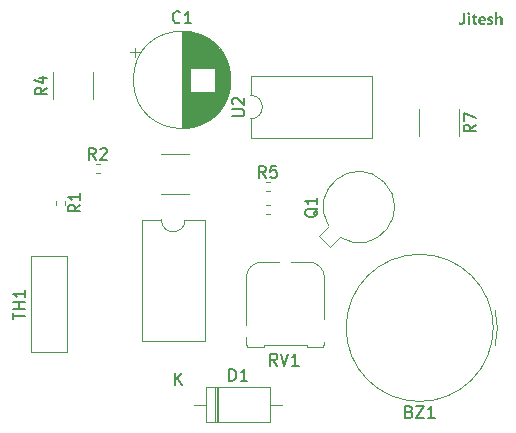
<source format=gbr>
%TF.GenerationSoftware,KiCad,Pcbnew,9.0.6*%
%TF.CreationDate,2025-12-28T16:01:46+05:30*%
%TF.ProjectId,Temp,54656d70-2e6b-4696-9361-645f70636258,rev?*%
%TF.SameCoordinates,Original*%
%TF.FileFunction,Legend,Top*%
%TF.FilePolarity,Positive*%
%FSLAX46Y46*%
G04 Gerber Fmt 4.6, Leading zero omitted, Abs format (unit mm)*
G04 Created by KiCad (PCBNEW 9.0.6) date 2025-12-28 16:01:46*
%MOMM*%
%LPD*%
G01*
G04 APERTURE LIST*
%ADD10C,0.200000*%
%ADD11C,0.150000*%
%ADD12C,0.120000*%
G04 APERTURE END LIST*
D10*
G36*
X144230542Y-53439944D02*
G01*
X144223931Y-53539157D01*
X144205596Y-53620443D01*
X144177158Y-53686931D01*
X144139317Y-53741156D01*
X144100919Y-53777722D01*
X144056391Y-53806440D01*
X144004831Y-53827596D01*
X143944980Y-53840926D01*
X143875291Y-53845631D01*
X143800261Y-53838804D01*
X143732531Y-53818886D01*
X143732531Y-53611158D01*
X143772098Y-53635150D01*
X143814134Y-53649350D01*
X143859598Y-53654145D01*
X143904262Y-53648357D01*
X143939576Y-53632055D01*
X143967836Y-53605166D01*
X143989871Y-53565470D01*
X144004884Y-53508974D01*
X144010601Y-53430357D01*
X144010601Y-52849120D01*
X144230542Y-52849120D01*
X144230542Y-53439944D01*
G37*
G36*
X144533464Y-53017159D02*
G01*
X144498316Y-53013333D01*
X144468894Y-53002433D01*
X144443949Y-52984614D01*
X144424498Y-52961089D01*
X144413051Y-52934796D01*
X144409145Y-52904747D01*
X144413126Y-52873868D01*
X144424632Y-52847755D01*
X144443949Y-52825245D01*
X144468770Y-52808425D01*
X144498196Y-52798061D01*
X144533464Y-52794410D01*
X144569177Y-52798084D01*
X144598677Y-52808468D01*
X144623285Y-52825245D01*
X144642419Y-52847732D01*
X144653832Y-52873846D01*
X144657784Y-52904747D01*
X144653829Y-52936119D01*
X144642408Y-52962703D01*
X144623285Y-52985652D01*
X144598628Y-53002821D01*
X144569129Y-53013416D01*
X144533464Y-53017159D01*
G37*
G36*
X144640015Y-53830000D02*
G01*
X144424166Y-53830000D01*
X144424166Y-53130488D01*
X144640015Y-53130488D01*
X144640015Y-53830000D01*
G37*
G36*
X145244638Y-53822184D02*
G01*
X145211710Y-53834110D01*
X145165002Y-53842438D01*
X145100535Y-53845631D01*
X145036407Y-53840173D01*
X144985998Y-53825194D01*
X144946427Y-53801947D01*
X144915655Y-53770463D01*
X144892707Y-53729554D01*
X144877806Y-53676970D01*
X144872351Y-53609631D01*
X144872351Y-53290711D01*
X144758961Y-53290711D01*
X144758961Y-53130488D01*
X144872351Y-53130488D01*
X144872351Y-52980523D01*
X145087529Y-52919462D01*
X145087529Y-53130488D01*
X145244638Y-53130488D01*
X145244638Y-53290711D01*
X145087529Y-53290711D01*
X145087529Y-53572568D01*
X145091844Y-53615733D01*
X145103109Y-53645327D01*
X145120013Y-53665089D01*
X145143030Y-53677133D01*
X145174296Y-53681500D01*
X145208122Y-53676842D01*
X145244638Y-53661960D01*
X145244638Y-53822184D01*
G37*
G36*
X145749771Y-53121172D02*
G01*
X145812990Y-53138950D01*
X145866063Y-53167216D01*
X145910689Y-53206081D01*
X145946165Y-53253787D01*
X145972186Y-53309795D01*
X145988590Y-53375703D01*
X145994403Y-53453560D01*
X145994403Y-53544724D01*
X145538096Y-53544724D01*
X145546599Y-53590519D01*
X145563539Y-53626120D01*
X145588603Y-53653747D01*
X145622937Y-53674495D01*
X145668958Y-53688151D01*
X145730071Y-53693224D01*
X145805461Y-53686879D01*
X145872592Y-53668520D01*
X145932976Y-53638513D01*
X145932976Y-53793852D01*
X145866258Y-53821284D01*
X145783405Y-53839143D01*
X145680917Y-53845631D01*
X145596578Y-53839085D01*
X145526195Y-53820706D01*
X145467262Y-53791660D01*
X145417868Y-53752086D01*
X145378212Y-53702705D01*
X145349172Y-53644073D01*
X145330840Y-53574350D01*
X145324323Y-53491113D01*
X145330713Y-53411856D01*
X145536753Y-53411856D01*
X145794307Y-53411856D01*
X145788334Y-53353331D01*
X145772690Y-53313040D01*
X145749095Y-53285981D01*
X145716777Y-53269393D01*
X145672674Y-53263356D01*
X145639929Y-53267995D01*
X145610340Y-53281839D01*
X145582854Y-53305915D01*
X145561179Y-53336045D01*
X145545787Y-53371035D01*
X145536753Y-53411856D01*
X145330713Y-53411856D01*
X145331247Y-53405233D01*
X145350867Y-53332238D01*
X145382213Y-53269828D01*
X145425378Y-53216278D01*
X145479062Y-53171757D01*
X145537630Y-53140409D01*
X145602139Y-53121393D01*
X145674078Y-53114856D01*
X145749771Y-53121172D01*
G37*
G36*
X146077323Y-53810033D02*
G01*
X146077323Y-53634605D01*
X146131309Y-53662530D01*
X146183569Y-53681683D01*
X146236046Y-53693420D01*
X146283647Y-53697131D01*
X146337684Y-53692891D01*
X146374139Y-53682049D01*
X146393206Y-53669604D01*
X146403746Y-53654570D01*
X146407295Y-53636071D01*
X146403534Y-53617358D01*
X146392274Y-53602060D01*
X146375702Y-53589661D01*
X146353684Y-53578246D01*
X146302088Y-53559867D01*
X146248110Y-53541488D01*
X146174654Y-53507843D01*
X146145027Y-53488000D01*
X146121348Y-53465956D01*
X146102475Y-53440398D01*
X146088558Y-53410879D01*
X146080319Y-53377879D01*
X146077323Y-53336690D01*
X146083996Y-53281195D01*
X146102908Y-53236001D01*
X146132724Y-53197729D01*
X146171235Y-53166941D01*
X146216372Y-53143868D01*
X146268932Y-53127435D01*
X146324692Y-53118040D01*
X146383360Y-53114856D01*
X146477637Y-53122062D01*
X146571915Y-53142944D01*
X146571915Y-53310251D01*
X146529596Y-53289782D01*
X146484110Y-53275080D01*
X146437387Y-53266239D01*
X146392274Y-53263356D01*
X146352280Y-53266959D01*
X146319124Y-53277461D01*
X146296592Y-53295108D01*
X146290463Y-53306627D01*
X146288410Y-53319654D01*
X146291509Y-53337427D01*
X146300683Y-53352322D01*
X146332801Y-53375830D01*
X146376887Y-53393476D01*
X146425064Y-53409474D01*
X146502916Y-53442142D01*
X146535762Y-53461702D01*
X146562695Y-53483663D01*
X146584743Y-53509508D01*
X146600980Y-53539473D01*
X146610753Y-53573337D01*
X146614291Y-53615676D01*
X146607228Y-53674310D01*
X146587302Y-53721495D01*
X146555964Y-53761183D01*
X146515556Y-53792936D01*
X146468200Y-53816414D01*
X146412363Y-53833053D01*
X146353247Y-53842448D01*
X146291158Y-53845631D01*
X146214821Y-53841538D01*
X146143761Y-53829571D01*
X146077323Y-53810033D01*
G37*
G36*
X147410095Y-53830000D02*
G01*
X147194918Y-53830000D01*
X147194918Y-53432616D01*
X147189127Y-53370705D01*
X147174144Y-53328799D01*
X147152017Y-53301315D01*
X147122448Y-53284876D01*
X147082871Y-53278988D01*
X147046668Y-53283886D01*
X147016187Y-53298069D01*
X146989998Y-53322035D01*
X146970649Y-53352440D01*
X146958680Y-53388377D01*
X146954460Y-53431273D01*
X146954460Y-53830000D01*
X146738611Y-53830000D01*
X146738611Y-52794410D01*
X146954460Y-52794410D01*
X146954460Y-53234535D01*
X146957208Y-53234535D01*
X146992305Y-53190246D01*
X147030778Y-53157151D01*
X147073018Y-53133865D01*
X147119835Y-53119727D01*
X147172386Y-53114856D01*
X147236863Y-53120987D01*
X147288331Y-53137997D01*
X147329581Y-53164886D01*
X147362424Y-53202154D01*
X147387459Y-53251727D01*
X147403985Y-53316721D01*
X147410095Y-53401170D01*
X147410095Y-53830000D01*
G37*
D11*
X105954819Y-78785713D02*
X105954819Y-78214285D01*
X106954819Y-78499999D02*
X105954819Y-78499999D01*
X106954819Y-77880951D02*
X105954819Y-77880951D01*
X106431009Y-77880951D02*
X106431009Y-77309523D01*
X106954819Y-77309523D02*
X105954819Y-77309523D01*
X106954819Y-76309523D02*
X106954819Y-76880951D01*
X106954819Y-76595237D02*
X105954819Y-76595237D01*
X105954819Y-76595237D02*
X106097676Y-76690475D01*
X106097676Y-76690475D02*
X106192914Y-76785713D01*
X106192914Y-76785713D02*
X106240533Y-76880951D01*
X111624819Y-69069166D02*
X111148628Y-69402499D01*
X111624819Y-69640594D02*
X110624819Y-69640594D01*
X110624819Y-69640594D02*
X110624819Y-69259642D01*
X110624819Y-69259642D02*
X110672438Y-69164404D01*
X110672438Y-69164404D02*
X110720057Y-69116785D01*
X110720057Y-69116785D02*
X110815295Y-69069166D01*
X110815295Y-69069166D02*
X110958152Y-69069166D01*
X110958152Y-69069166D02*
X111053390Y-69116785D01*
X111053390Y-69116785D02*
X111101009Y-69164404D01*
X111101009Y-69164404D02*
X111148628Y-69259642D01*
X111148628Y-69259642D02*
X111148628Y-69640594D01*
X111624819Y-68116785D02*
X111624819Y-68688213D01*
X111624819Y-68402499D02*
X110624819Y-68402499D01*
X110624819Y-68402499D02*
X110767676Y-68497737D01*
X110767676Y-68497737D02*
X110862914Y-68592975D01*
X110862914Y-68592975D02*
X110910533Y-68688213D01*
X108804819Y-59166666D02*
X108328628Y-59499999D01*
X108804819Y-59738094D02*
X107804819Y-59738094D01*
X107804819Y-59738094D02*
X107804819Y-59357142D01*
X107804819Y-59357142D02*
X107852438Y-59261904D01*
X107852438Y-59261904D02*
X107900057Y-59214285D01*
X107900057Y-59214285D02*
X107995295Y-59166666D01*
X107995295Y-59166666D02*
X108138152Y-59166666D01*
X108138152Y-59166666D02*
X108233390Y-59214285D01*
X108233390Y-59214285D02*
X108281009Y-59261904D01*
X108281009Y-59261904D02*
X108328628Y-59357142D01*
X108328628Y-59357142D02*
X108328628Y-59738094D01*
X108138152Y-58309523D02*
X108804819Y-58309523D01*
X107757200Y-58547618D02*
X108471485Y-58785713D01*
X108471485Y-58785713D02*
X108471485Y-58166666D01*
X124261905Y-83984819D02*
X124261905Y-82984819D01*
X124261905Y-82984819D02*
X124500000Y-82984819D01*
X124500000Y-82984819D02*
X124642857Y-83032438D01*
X124642857Y-83032438D02*
X124738095Y-83127676D01*
X124738095Y-83127676D02*
X124785714Y-83222914D01*
X124785714Y-83222914D02*
X124833333Y-83413390D01*
X124833333Y-83413390D02*
X124833333Y-83556247D01*
X124833333Y-83556247D02*
X124785714Y-83746723D01*
X124785714Y-83746723D02*
X124738095Y-83841961D01*
X124738095Y-83841961D02*
X124642857Y-83937200D01*
X124642857Y-83937200D02*
X124500000Y-83984819D01*
X124500000Y-83984819D02*
X124261905Y-83984819D01*
X125785714Y-83984819D02*
X125214286Y-83984819D01*
X125500000Y-83984819D02*
X125500000Y-82984819D01*
X125500000Y-82984819D02*
X125404762Y-83127676D01*
X125404762Y-83127676D02*
X125309524Y-83222914D01*
X125309524Y-83222914D02*
X125214286Y-83270533D01*
X119658095Y-84354819D02*
X119658095Y-83354819D01*
X120229523Y-84354819D02*
X119800952Y-83783390D01*
X120229523Y-83354819D02*
X119658095Y-83926247D01*
X145104819Y-62304166D02*
X144628628Y-62637499D01*
X145104819Y-62875594D02*
X144104819Y-62875594D01*
X144104819Y-62875594D02*
X144104819Y-62494642D01*
X144104819Y-62494642D02*
X144152438Y-62399404D01*
X144152438Y-62399404D02*
X144200057Y-62351785D01*
X144200057Y-62351785D02*
X144295295Y-62304166D01*
X144295295Y-62304166D02*
X144438152Y-62304166D01*
X144438152Y-62304166D02*
X144533390Y-62351785D01*
X144533390Y-62351785D02*
X144581009Y-62399404D01*
X144581009Y-62399404D02*
X144628628Y-62494642D01*
X144628628Y-62494642D02*
X144628628Y-62875594D01*
X144104819Y-61970832D02*
X144104819Y-61304166D01*
X144104819Y-61304166D02*
X145104819Y-61732737D01*
X120083333Y-53609580D02*
X120035714Y-53657200D01*
X120035714Y-53657200D02*
X119892857Y-53704819D01*
X119892857Y-53704819D02*
X119797619Y-53704819D01*
X119797619Y-53704819D02*
X119654762Y-53657200D01*
X119654762Y-53657200D02*
X119559524Y-53561961D01*
X119559524Y-53561961D02*
X119511905Y-53466723D01*
X119511905Y-53466723D02*
X119464286Y-53276247D01*
X119464286Y-53276247D02*
X119464286Y-53133390D01*
X119464286Y-53133390D02*
X119511905Y-52942914D01*
X119511905Y-52942914D02*
X119559524Y-52847676D01*
X119559524Y-52847676D02*
X119654762Y-52752438D01*
X119654762Y-52752438D02*
X119797619Y-52704819D01*
X119797619Y-52704819D02*
X119892857Y-52704819D01*
X119892857Y-52704819D02*
X120035714Y-52752438D01*
X120035714Y-52752438D02*
X120083333Y-52800057D01*
X121035714Y-53704819D02*
X120464286Y-53704819D01*
X120750000Y-53704819D02*
X120750000Y-52704819D01*
X120750000Y-52704819D02*
X120654762Y-52847676D01*
X120654762Y-52847676D02*
X120559524Y-52942914D01*
X120559524Y-52942914D02*
X120464286Y-52990533D01*
X139489832Y-86601009D02*
X139632689Y-86648628D01*
X139632689Y-86648628D02*
X139680308Y-86696247D01*
X139680308Y-86696247D02*
X139727927Y-86791485D01*
X139727927Y-86791485D02*
X139727927Y-86934342D01*
X139727927Y-86934342D02*
X139680308Y-87029580D01*
X139680308Y-87029580D02*
X139632689Y-87077200D01*
X139632689Y-87077200D02*
X139537451Y-87124819D01*
X139537451Y-87124819D02*
X139156499Y-87124819D01*
X139156499Y-87124819D02*
X139156499Y-86124819D01*
X139156499Y-86124819D02*
X139489832Y-86124819D01*
X139489832Y-86124819D02*
X139585070Y-86172438D01*
X139585070Y-86172438D02*
X139632689Y-86220057D01*
X139632689Y-86220057D02*
X139680308Y-86315295D01*
X139680308Y-86315295D02*
X139680308Y-86410533D01*
X139680308Y-86410533D02*
X139632689Y-86505771D01*
X139632689Y-86505771D02*
X139585070Y-86553390D01*
X139585070Y-86553390D02*
X139489832Y-86601009D01*
X139489832Y-86601009D02*
X139156499Y-86601009D01*
X140061261Y-86124819D02*
X140727927Y-86124819D01*
X140727927Y-86124819D02*
X140061261Y-87124819D01*
X140061261Y-87124819D02*
X140727927Y-87124819D01*
X141632689Y-87124819D02*
X141061261Y-87124819D01*
X141346975Y-87124819D02*
X141346975Y-86124819D01*
X141346975Y-86124819D02*
X141251737Y-86267676D01*
X141251737Y-86267676D02*
X141156499Y-86362914D01*
X141156499Y-86362914D02*
X141061261Y-86410533D01*
X128304761Y-82694819D02*
X127971428Y-82218628D01*
X127733333Y-82694819D02*
X127733333Y-81694819D01*
X127733333Y-81694819D02*
X128114285Y-81694819D01*
X128114285Y-81694819D02*
X128209523Y-81742438D01*
X128209523Y-81742438D02*
X128257142Y-81790057D01*
X128257142Y-81790057D02*
X128304761Y-81885295D01*
X128304761Y-81885295D02*
X128304761Y-82028152D01*
X128304761Y-82028152D02*
X128257142Y-82123390D01*
X128257142Y-82123390D02*
X128209523Y-82171009D01*
X128209523Y-82171009D02*
X128114285Y-82218628D01*
X128114285Y-82218628D02*
X127733333Y-82218628D01*
X128590476Y-81694819D02*
X128923809Y-82694819D01*
X128923809Y-82694819D02*
X129257142Y-81694819D01*
X130114285Y-82694819D02*
X129542857Y-82694819D01*
X129828571Y-82694819D02*
X129828571Y-81694819D01*
X129828571Y-81694819D02*
X129733333Y-81837676D01*
X129733333Y-81837676D02*
X129638095Y-81932914D01*
X129638095Y-81932914D02*
X129542857Y-81980533D01*
X124504819Y-61571904D02*
X125314342Y-61571904D01*
X125314342Y-61571904D02*
X125409580Y-61524285D01*
X125409580Y-61524285D02*
X125457200Y-61476666D01*
X125457200Y-61476666D02*
X125504819Y-61381428D01*
X125504819Y-61381428D02*
X125504819Y-61190952D01*
X125504819Y-61190952D02*
X125457200Y-61095714D01*
X125457200Y-61095714D02*
X125409580Y-61048095D01*
X125409580Y-61048095D02*
X125314342Y-61000476D01*
X125314342Y-61000476D02*
X124504819Y-61000476D01*
X124600057Y-60571904D02*
X124552438Y-60524285D01*
X124552438Y-60524285D02*
X124504819Y-60429047D01*
X124504819Y-60429047D02*
X124504819Y-60190952D01*
X124504819Y-60190952D02*
X124552438Y-60095714D01*
X124552438Y-60095714D02*
X124600057Y-60048095D01*
X124600057Y-60048095D02*
X124695295Y-60000476D01*
X124695295Y-60000476D02*
X124790533Y-60000476D01*
X124790533Y-60000476D02*
X124933390Y-60048095D01*
X124933390Y-60048095D02*
X125504819Y-60619523D01*
X125504819Y-60619523D02*
X125504819Y-60000476D01*
X112930833Y-65284819D02*
X112597500Y-64808628D01*
X112359405Y-65284819D02*
X112359405Y-64284819D01*
X112359405Y-64284819D02*
X112740357Y-64284819D01*
X112740357Y-64284819D02*
X112835595Y-64332438D01*
X112835595Y-64332438D02*
X112883214Y-64380057D01*
X112883214Y-64380057D02*
X112930833Y-64475295D01*
X112930833Y-64475295D02*
X112930833Y-64618152D01*
X112930833Y-64618152D02*
X112883214Y-64713390D01*
X112883214Y-64713390D02*
X112835595Y-64761009D01*
X112835595Y-64761009D02*
X112740357Y-64808628D01*
X112740357Y-64808628D02*
X112359405Y-64808628D01*
X113311786Y-64380057D02*
X113359405Y-64332438D01*
X113359405Y-64332438D02*
X113454643Y-64284819D01*
X113454643Y-64284819D02*
X113692738Y-64284819D01*
X113692738Y-64284819D02*
X113787976Y-64332438D01*
X113787976Y-64332438D02*
X113835595Y-64380057D01*
X113835595Y-64380057D02*
X113883214Y-64475295D01*
X113883214Y-64475295D02*
X113883214Y-64570533D01*
X113883214Y-64570533D02*
X113835595Y-64713390D01*
X113835595Y-64713390D02*
X113264167Y-65284819D01*
X113264167Y-65284819D02*
X113883214Y-65284819D01*
X127333333Y-66794819D02*
X127000000Y-66318628D01*
X126761905Y-66794819D02*
X126761905Y-65794819D01*
X126761905Y-65794819D02*
X127142857Y-65794819D01*
X127142857Y-65794819D02*
X127238095Y-65842438D01*
X127238095Y-65842438D02*
X127285714Y-65890057D01*
X127285714Y-65890057D02*
X127333333Y-65985295D01*
X127333333Y-65985295D02*
X127333333Y-66128152D01*
X127333333Y-66128152D02*
X127285714Y-66223390D01*
X127285714Y-66223390D02*
X127238095Y-66271009D01*
X127238095Y-66271009D02*
X127142857Y-66318628D01*
X127142857Y-66318628D02*
X126761905Y-66318628D01*
X128238095Y-65794819D02*
X127761905Y-65794819D01*
X127761905Y-65794819D02*
X127714286Y-66271009D01*
X127714286Y-66271009D02*
X127761905Y-66223390D01*
X127761905Y-66223390D02*
X127857143Y-66175771D01*
X127857143Y-66175771D02*
X128095238Y-66175771D01*
X128095238Y-66175771D02*
X128190476Y-66223390D01*
X128190476Y-66223390D02*
X128238095Y-66271009D01*
X128238095Y-66271009D02*
X128285714Y-66366247D01*
X128285714Y-66366247D02*
X128285714Y-66604342D01*
X128285714Y-66604342D02*
X128238095Y-66699580D01*
X128238095Y-66699580D02*
X128190476Y-66747200D01*
X128190476Y-66747200D02*
X128095238Y-66794819D01*
X128095238Y-66794819D02*
X127857143Y-66794819D01*
X127857143Y-66794819D02*
X127761905Y-66747200D01*
X127761905Y-66747200D02*
X127714286Y-66699580D01*
X131762018Y-69373277D02*
X131714399Y-69468515D01*
X131714399Y-69468515D02*
X131619161Y-69563753D01*
X131619161Y-69563753D02*
X131476303Y-69706610D01*
X131476303Y-69706610D02*
X131428684Y-69801848D01*
X131428684Y-69801848D02*
X131428684Y-69897086D01*
X131666780Y-69849467D02*
X131619161Y-69944705D01*
X131619161Y-69944705D02*
X131523922Y-70039943D01*
X131523922Y-70039943D02*
X131333446Y-70087562D01*
X131333446Y-70087562D02*
X131000113Y-70087562D01*
X131000113Y-70087562D02*
X130809637Y-70039943D01*
X130809637Y-70039943D02*
X130714399Y-69944705D01*
X130714399Y-69944705D02*
X130666780Y-69849467D01*
X130666780Y-69849467D02*
X130666780Y-69658991D01*
X130666780Y-69658991D02*
X130714399Y-69563753D01*
X130714399Y-69563753D02*
X130809637Y-69468515D01*
X130809637Y-69468515D02*
X131000113Y-69420896D01*
X131000113Y-69420896D02*
X131333446Y-69420896D01*
X131333446Y-69420896D02*
X131523922Y-69468515D01*
X131523922Y-69468515D02*
X131619161Y-69563753D01*
X131619161Y-69563753D02*
X131666780Y-69658991D01*
X131666780Y-69658991D02*
X131666780Y-69849467D01*
X131666780Y-68468515D02*
X131666780Y-69039943D01*
X131666780Y-68754229D02*
X130666780Y-68754229D01*
X130666780Y-68754229D02*
X130809637Y-68849467D01*
X130809637Y-68849467D02*
X130904875Y-68944705D01*
X130904875Y-68944705D02*
X130952494Y-69039943D01*
D12*
%TO.C,TH1*%
X107500000Y-81540000D02*
X107500000Y-73440000D01*
X107500000Y-81540000D02*
X110500000Y-81540000D01*
X110500000Y-73440000D02*
X107500000Y-73440000D01*
X110500000Y-73440000D02*
X110500000Y-81540000D01*
%TO.C,R1*%
X109620000Y-68734879D02*
X109620000Y-69070121D01*
X110380000Y-68734879D02*
X110380000Y-69070121D01*
%TO.C,R4*%
X109290000Y-60161252D02*
X109290000Y-57838748D01*
X112710000Y-60161252D02*
X112710000Y-57838748D01*
%TO.C,D1*%
X121260000Y-86000000D02*
X122280000Y-86000000D01*
X123060000Y-84530000D02*
X123060000Y-87470000D01*
X123180000Y-84530000D02*
X123180000Y-87470000D01*
X123300000Y-84530000D02*
X123300000Y-87470000D01*
X128740000Y-86000000D02*
X127720000Y-86000000D01*
X122280000Y-84530000D02*
X127720000Y-84530000D01*
X127720000Y-87470000D01*
X122280000Y-87470000D01*
X122280000Y-84530000D01*
%TO.C,R7*%
X140290000Y-60976248D02*
X140290000Y-63298752D01*
X143710000Y-60976248D02*
X143710000Y-63298752D01*
%TO.C,U1*%
X116855000Y-70360000D02*
X116855000Y-80640000D01*
X116855000Y-80640000D02*
X122155000Y-80640000D01*
X118505000Y-70360000D02*
X116855000Y-70360000D01*
X122155000Y-70360000D02*
X120505000Y-70360000D01*
X122155000Y-80640000D02*
X122155000Y-70360000D01*
X120505000Y-70360000D02*
G75*
G02*
X118505000Y-70360000I-1000000J0D01*
G01*
%TO.C,C1*%
X115840302Y-56185000D02*
X116640302Y-56185000D01*
X116240302Y-55785000D02*
X116240302Y-56585000D01*
X120250000Y-54420000D02*
X120250000Y-62580000D01*
X120290000Y-54420000D02*
X120290000Y-62580000D01*
X120330000Y-54421000D02*
X120330000Y-62579000D01*
X120370000Y-54422000D02*
X120370000Y-62578000D01*
X120410000Y-54423000D02*
X120410000Y-62577000D01*
X120450000Y-54425000D02*
X120450000Y-62575000D01*
X120490000Y-54427000D02*
X120490000Y-62573000D01*
X120530000Y-54430000D02*
X120530000Y-62570000D01*
X120570000Y-54432000D02*
X120570000Y-62568000D01*
X120610000Y-54436000D02*
X120610000Y-62564000D01*
X120650000Y-54439000D02*
X120650000Y-62561000D01*
X120690000Y-54444000D02*
X120690000Y-62556000D01*
X120730000Y-54448000D02*
X120730000Y-62552000D01*
X120770000Y-54453000D02*
X120770000Y-62547000D01*
X120810000Y-54458000D02*
X120810000Y-62542000D01*
X120850000Y-54464000D02*
X120850000Y-62536000D01*
X120890000Y-54470000D02*
X120890000Y-62530000D01*
X120930000Y-54477000D02*
X120930000Y-62523000D01*
X120970000Y-54483000D02*
X120970000Y-57460000D01*
X120970000Y-59540000D02*
X120970000Y-62517000D01*
X121010000Y-54491000D02*
X121010000Y-57460000D01*
X121010000Y-59540000D02*
X121010000Y-62509000D01*
X121050000Y-54498000D02*
X121050000Y-57460000D01*
X121050000Y-59540000D02*
X121050000Y-62502000D01*
X121090000Y-54507000D02*
X121090000Y-57460000D01*
X121090000Y-59540000D02*
X121090000Y-62493000D01*
X121130000Y-54515000D02*
X121130000Y-57460000D01*
X121130000Y-59540000D02*
X121130000Y-62485000D01*
X121170000Y-54524000D02*
X121170000Y-57460000D01*
X121170000Y-59540000D02*
X121170000Y-62476000D01*
X121210000Y-54533000D02*
X121210000Y-57460000D01*
X121210000Y-59540000D02*
X121210000Y-62467000D01*
X121250000Y-54543000D02*
X121250000Y-57460000D01*
X121250000Y-59540000D02*
X121250000Y-62457000D01*
X121290000Y-54553000D02*
X121290000Y-57460000D01*
X121290000Y-59540000D02*
X121290000Y-62447000D01*
X121330000Y-54564000D02*
X121330000Y-57460000D01*
X121330000Y-59540000D02*
X121330000Y-62436000D01*
X121370000Y-54575000D02*
X121370000Y-57460000D01*
X121370000Y-59540000D02*
X121370000Y-62425000D01*
X121410000Y-54587000D02*
X121410000Y-57460000D01*
X121410000Y-59540000D02*
X121410000Y-62413000D01*
X121450000Y-54599000D02*
X121450000Y-57460000D01*
X121450000Y-59540000D02*
X121450000Y-62401000D01*
X121490000Y-54611000D02*
X121490000Y-57460000D01*
X121490000Y-59540000D02*
X121490000Y-62389000D01*
X121530000Y-54624000D02*
X121530000Y-57460000D01*
X121530000Y-59540000D02*
X121530000Y-62376000D01*
X121570000Y-54637000D02*
X121570000Y-57460000D01*
X121570000Y-59540000D02*
X121570000Y-62363000D01*
X121610000Y-54651000D02*
X121610000Y-57460000D01*
X121610000Y-59540000D02*
X121610000Y-62349000D01*
X121650000Y-54665000D02*
X121650000Y-57460000D01*
X121650000Y-59540000D02*
X121650000Y-62335000D01*
X121690000Y-54680000D02*
X121690000Y-57460000D01*
X121690000Y-59540000D02*
X121690000Y-62320000D01*
X121730000Y-54695000D02*
X121730000Y-57460000D01*
X121730000Y-59540000D02*
X121730000Y-62305000D01*
X121770000Y-54711000D02*
X121770000Y-57460000D01*
X121770000Y-59540000D02*
X121770000Y-62289000D01*
X121810000Y-54727000D02*
X121810000Y-57460000D01*
X121810000Y-59540000D02*
X121810000Y-62273000D01*
X121850000Y-54743000D02*
X121850000Y-57460000D01*
X121850000Y-59540000D02*
X121850000Y-62257000D01*
X121890000Y-54760000D02*
X121890000Y-57460000D01*
X121890000Y-59540000D02*
X121890000Y-62240000D01*
X121930000Y-54778000D02*
X121930000Y-57460000D01*
X121930000Y-59540000D02*
X121930000Y-62222000D01*
X121970000Y-54796000D02*
X121970000Y-57460000D01*
X121970000Y-59540000D02*
X121970000Y-62204000D01*
X122010000Y-54815000D02*
X122010000Y-57460000D01*
X122010000Y-59540000D02*
X122010000Y-62185000D01*
X122050000Y-54834000D02*
X122050000Y-57460000D01*
X122050000Y-59540000D02*
X122050000Y-62166000D01*
X122090000Y-54854000D02*
X122090000Y-57460000D01*
X122090000Y-59540000D02*
X122090000Y-62146000D01*
X122130000Y-54874000D02*
X122130000Y-57460000D01*
X122130000Y-59540000D02*
X122130000Y-62126000D01*
X122170000Y-54895000D02*
X122170000Y-57460000D01*
X122170000Y-59540000D02*
X122170000Y-62105000D01*
X122210000Y-54916000D02*
X122210000Y-57460000D01*
X122210000Y-59540000D02*
X122210000Y-62084000D01*
X122250000Y-54938000D02*
X122250000Y-57460000D01*
X122250000Y-59540000D02*
X122250000Y-62062000D01*
X122290000Y-54961000D02*
X122290000Y-57460000D01*
X122290000Y-59540000D02*
X122290000Y-62039000D01*
X122330000Y-54984000D02*
X122330000Y-57460000D01*
X122330000Y-59540000D02*
X122330000Y-62016000D01*
X122370000Y-55007000D02*
X122370000Y-57460000D01*
X122370000Y-59540000D02*
X122370000Y-61993000D01*
X122410000Y-55032000D02*
X122410000Y-57460000D01*
X122410000Y-59540000D02*
X122410000Y-61968000D01*
X122450000Y-55057000D02*
X122450000Y-57460000D01*
X122450000Y-59540000D02*
X122450000Y-61943000D01*
X122490000Y-55082000D02*
X122490000Y-57460000D01*
X122490000Y-59540000D02*
X122490000Y-61918000D01*
X122530000Y-55108000D02*
X122530000Y-57460000D01*
X122530000Y-59540000D02*
X122530000Y-61892000D01*
X122570000Y-55135000D02*
X122570000Y-57460000D01*
X122570000Y-59540000D02*
X122570000Y-61865000D01*
X122610000Y-55163000D02*
X122610000Y-57460000D01*
X122610000Y-59540000D02*
X122610000Y-61837000D01*
X122650000Y-55191000D02*
X122650000Y-57460000D01*
X122650000Y-59540000D02*
X122650000Y-61809000D01*
X122690000Y-55220000D02*
X122690000Y-57460000D01*
X122690000Y-59540000D02*
X122690000Y-61780000D01*
X122730000Y-55250000D02*
X122730000Y-57460000D01*
X122730000Y-59540000D02*
X122730000Y-61750000D01*
X122770000Y-55281000D02*
X122770000Y-57460000D01*
X122770000Y-59540000D02*
X122770000Y-61719000D01*
X122810000Y-55312000D02*
X122810000Y-57460000D01*
X122810000Y-59540000D02*
X122810000Y-61688000D01*
X122850000Y-55344000D02*
X122850000Y-57460000D01*
X122850000Y-59540000D02*
X122850000Y-61656000D01*
X122890000Y-55377000D02*
X122890000Y-57460000D01*
X122890000Y-59540000D02*
X122890000Y-61623000D01*
X122930000Y-55411000D02*
X122930000Y-57460000D01*
X122930000Y-59540000D02*
X122930000Y-61589000D01*
X122970000Y-55445000D02*
X122970000Y-57460000D01*
X122970000Y-59540000D02*
X122970000Y-61555000D01*
X123010000Y-55481000D02*
X123010000Y-57460000D01*
X123010000Y-59540000D02*
X123010000Y-61519000D01*
X123050000Y-55518000D02*
X123050000Y-61482000D01*
X123090000Y-55555000D02*
X123090000Y-61445000D01*
X123130000Y-55594000D02*
X123130000Y-61406000D01*
X123170000Y-55633000D02*
X123170000Y-61367000D01*
X123210000Y-55674000D02*
X123210000Y-61326000D01*
X123250000Y-55716000D02*
X123250000Y-61284000D01*
X123290000Y-55759000D02*
X123290000Y-61241000D01*
X123330000Y-55804000D02*
X123330000Y-61196000D01*
X123370000Y-55849000D02*
X123370000Y-61151000D01*
X123410000Y-55896000D02*
X123410000Y-61104000D01*
X123450000Y-55945000D02*
X123450000Y-61055000D01*
X123490000Y-55995000D02*
X123490000Y-61005000D01*
X123530000Y-56047000D02*
X123530000Y-60953000D01*
X123570000Y-56100000D02*
X123570000Y-60900000D01*
X123610000Y-56156000D02*
X123610000Y-60844000D01*
X123650000Y-56213000D02*
X123650000Y-60787000D01*
X123690000Y-56273000D02*
X123690000Y-60727000D01*
X123730000Y-56335000D02*
X123730000Y-60665000D01*
X123770000Y-56399000D02*
X123770000Y-60601000D01*
X123810000Y-56466000D02*
X123810000Y-60534000D01*
X123850000Y-56536000D02*
X123850000Y-60464000D01*
X123890000Y-56610000D02*
X123890000Y-60390000D01*
X123930000Y-56687000D02*
X123930000Y-60313000D01*
X123970000Y-56769000D02*
X123970000Y-60231000D01*
X124010000Y-56856000D02*
X124010000Y-60144000D01*
X124050000Y-56948000D02*
X124050000Y-60052000D01*
X124090000Y-57047000D02*
X124090000Y-59953000D01*
X124130000Y-57154000D02*
X124130000Y-59846000D01*
X124170000Y-57272000D02*
X124170000Y-59728000D01*
X124210000Y-57403000D02*
X124210000Y-59597000D01*
X124250000Y-57553000D02*
X124250000Y-59447000D01*
X124290000Y-57732000D02*
X124290000Y-59268000D01*
X124330000Y-57967000D02*
X124330000Y-59033000D01*
X124370000Y-58500000D02*
G75*
G02*
X116130000Y-58500000I-4120000J0D01*
G01*
X116130000Y-58500000D02*
G75*
G02*
X124370000Y-58500000I4120000J0D01*
G01*
%TO.C,BZ1*%
X146770785Y-78000001D02*
G75*
G02*
X146770785Y-81000000I-6400000J-1499999D01*
G01*
X146600785Y-79500000D02*
G75*
G02*
X134140785Y-79500000I-6230000J0D01*
G01*
X134140785Y-79500000D02*
G75*
G02*
X146600785Y-79500000I6230000J0D01*
G01*
%TO.C,RV1*%
X125690000Y-79220000D02*
X125690000Y-75240000D01*
X125690000Y-80950000D02*
X125690000Y-80260000D01*
X125790000Y-80950000D02*
X125690000Y-80950000D01*
X125790000Y-81150000D02*
X125790000Y-80950000D01*
X127000000Y-73930000D02*
X128490000Y-73930000D01*
X127210000Y-80950000D02*
X127210000Y-81150000D01*
X127210000Y-81150000D02*
X125790000Y-81150000D01*
X129510000Y-73930000D02*
X131000000Y-73930000D01*
X130790000Y-80950000D02*
X127210000Y-80950000D01*
X130790000Y-80950000D02*
X130790000Y-81150000D01*
X132210000Y-80950000D02*
X132310000Y-80950000D01*
X132210000Y-81150000D02*
X130790000Y-81150000D01*
X132210000Y-81150000D02*
X132210000Y-80950000D01*
X132310000Y-75240000D02*
X132310000Y-78780000D01*
X132310000Y-80950000D02*
X132310000Y-80700000D01*
X125690000Y-75240000D02*
G75*
G02*
X127000000Y-73930000I1310000J0D01*
G01*
X131000000Y-73930000D02*
G75*
G02*
X132310000Y-75240000I0J-1310000D01*
G01*
%TO.C,U2*%
X126050000Y-58160000D02*
X126050000Y-59810000D01*
X126050000Y-61810000D02*
X126050000Y-63460000D01*
X126050000Y-63460000D02*
X136330000Y-63460000D01*
X136330000Y-58160000D02*
X126050000Y-58160000D01*
X136330000Y-63460000D02*
X136330000Y-58160000D01*
X126050000Y-59810000D02*
G75*
G02*
X126050000Y-61810000I0J-1000000D01*
G01*
%TO.C,R6*%
X127332379Y-69120000D02*
X127667621Y-69120000D01*
X127332379Y-69880000D02*
X127667621Y-69880000D01*
%TO.C,R2*%
X112929879Y-65620000D02*
X113265121Y-65620000D01*
X112929879Y-66380000D02*
X113265121Y-66380000D01*
%TO.C,R3*%
X120798752Y-64790000D02*
X118476248Y-64790000D01*
X120798752Y-68210000D02*
X118476248Y-68210000D01*
%TO.C,R5*%
X127332379Y-67130000D02*
X127667621Y-67130000D01*
X127332379Y-67890000D02*
X127667621Y-67890000D01*
%TO.C,Q1*%
X131821853Y-71702340D02*
X132797660Y-72678147D01*
X132662343Y-70861850D02*
X131821853Y-71702340D01*
X132797660Y-72678147D02*
X133638150Y-71837657D01*
X132662343Y-70861850D02*
G75*
G02*
X133638150Y-71837657I2559618J1583811D01*
G01*
%TD*%
M02*

</source>
